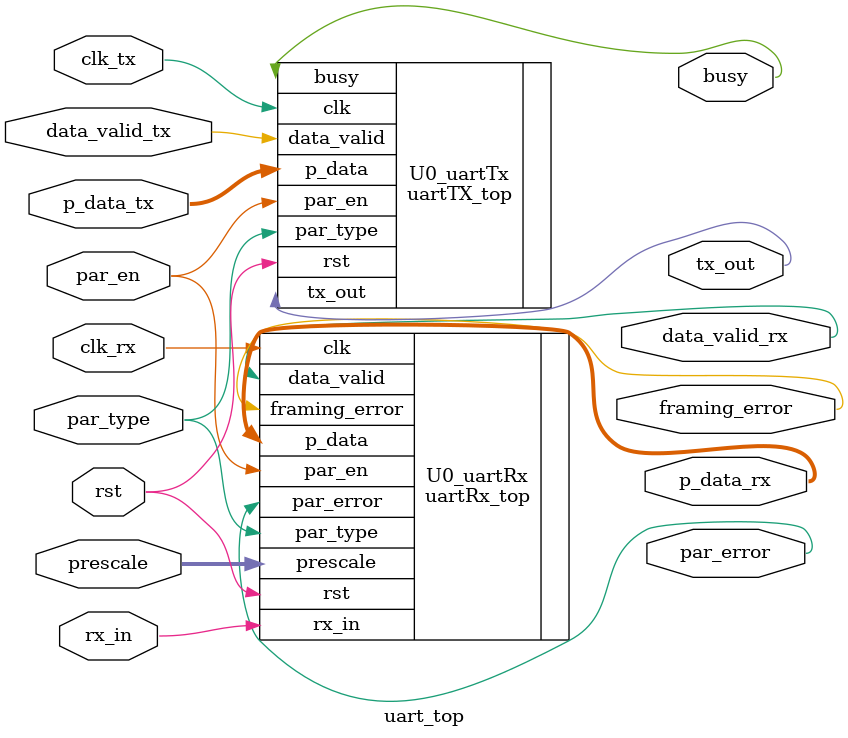
<source format=v>
module uart_top#(
parameter dataWidth = 8
)(
input   wire [dataWidth-1:0]    p_data_tx,
input   wire                    data_valid_tx,
input   wire                    par_en,
input   wire                    par_type,
input   wire                    rx_in,
input   wire [5:0]              prescale,
input   wire                    clk_tx,
input   wire                    clk_rx,
input   wire                    rst,
output  wire                    tx_out,
output  wire                    busy,
output  wire                    data_valid_rx,
output  wire [dataWidth-1:0]    p_data_rx,
output  wire                    par_error,
output  wire                    framing_error
);

uartTX_top #(
    .dataWidth(dataWidth)
) U0_uartTx(
.p_data(p_data_tx),
.data_valid(data_valid_tx),
.par_en(par_en),
.par_type(par_type),
.clk(clk_tx),
.rst(rst),
.tx_out(tx_out),
.busy(busy)
);

uartRx_top #(
    .dataWidth(dataWidth)
) U0_uartRx(
.rx_in(rx_in),
.prescale(prescale),
.par_en(par_en),
.par_type(par_type),
.clk(clk_rx),
.rst(rst),
.data_valid(data_valid_rx),
.p_data(p_data_rx),
.par_error(par_error),
.framing_error(framing_error)
);

endmodule
</source>
